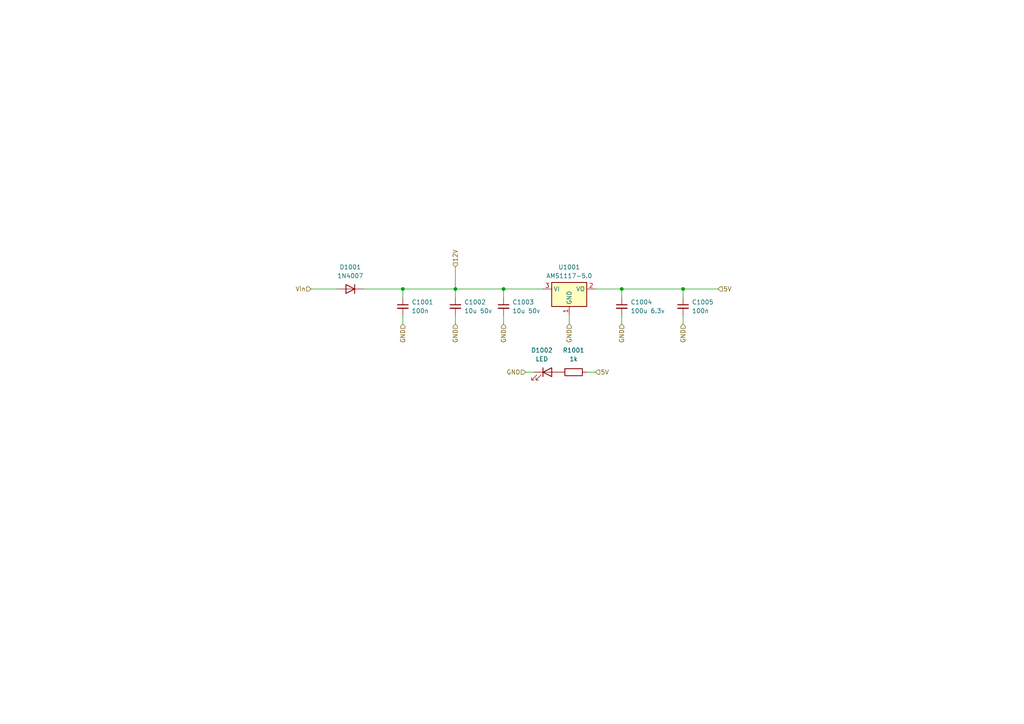
<source format=kicad_sch>
(kicad_sch (version 20250114) (generator "eeschema") (generator_version "9.0")
  (paper "A4")
  (lib_symbols
    (symbol "Device:C_Small" (pin_numbers (hide yes)) (pin_names (offset 0.254) (hide yes))
      (property "Reference" "C" (at 0.254 1.778 0))
      (property "Value" "C_Small" (at 0.254 -2.032 0))
      (symbol "C_Small_0_1"
        (polyline (pts (xy -1.524 0.508) (xy 1.524 0.508)) (stroke (width 0.3048)))
        (polyline (pts (xy -1.524 -0.508) (xy 1.524 -0.508)) (stroke (width 0.3302)))
      )
      (symbol "C_Small_1_1"
        (pin passive line (at 0 2.54 270) (length 2.032) (name "~") (number "1"))
        (pin passive line (at 0 -2.54 90) (length 2.032) (name "~") (number "2"))
      )
    )
    (symbol "Device:LED" (pin_numbers (hide yes)) (pin_names (offset 1.016) (hide yes))
      (property "Reference" "D" (at 0 2.54 0))
      (property "Value" "LED" (at 0 -2.54 0))
      (symbol "LED_0_1"
        (polyline (pts (xy -3.048 -0.762) (xy -4.572 -2.286) (xy -3.81 -2.286) (xy -4.572 -2.286) (xy -4.572 -1.524)))
        (polyline (pts (xy -1.778 -0.762) (xy -3.302 -2.286) (xy -2.54 -2.286) (xy -3.302 -2.286) (xy -3.302 -1.524)))
        (polyline (pts (xy -1.27 0) (xy 1.27 0)))
        (polyline (pts (xy -1.27 -1.27) (xy -1.27 1.27)) (stroke (width 0.254)))
        (polyline (pts (xy 1.27 -1.27) (xy 1.27 1.27) (xy -1.27 0) (xy 1.27 -1.27)) (stroke (width 0.254)))
      )
      (symbol "LED_1_1"
        (pin passive line (at -3.81 0 0) (length 2.54) (name "K") (number "1"))
        (pin passive line (at 3.81 0 180) (length 2.54) (name "A") (number "2"))
      )
    )
    (symbol "Device:R" (pin_numbers (hide yes)) (pin_names (offset 0))
      (property "Reference" "R" (at 2.032 0 90))
      (property "Value" "R" (at 0 0 90))
      (symbol "R_0_1"
        (rectangle (start -1.016 -2.54) (end 1.016 2.54) (stroke (width 0.254)))
      )
      (symbol "R_1_1"
        (pin passive line (at 0 3.81 270) (length 1.27) (name "~") (number "1"))
        (pin passive line (at 0 -3.81 90) (length 1.27) (name "~") (number "2"))
      )
    )
    (symbol "Diode:1N4007" (pin_numbers (hide yes)) (pin_names (hide yes))
      (property "Reference" "D" (at 0 2.54 0))
      (property "Value" "1N4007" (at 0 -2.54 0))
      (symbol "1N4007_0_1"
        (polyline (pts (xy -1.27 1.27) (xy -1.27 -1.27)) (stroke (width 0.254)))
        (polyline (pts (xy 1.27 1.27) (xy 1.27 -1.27) (xy -1.27 0) (xy 1.27 1.27)) (stroke (width 0.254)))
        (polyline (pts (xy 1.27 0) (xy -1.27 0)))
      )
      (symbol "1N4007_1_1"
        (pin passive line (at -3.81 0 0) (length 2.54) (name "K") (number "1"))
        (pin passive line (at 3.81 0 180) (length 2.54) (name "A") (number "2"))
      )
    )
    (symbol "Regulator_Linear:AMS1117-5.0"
      (property "Reference" "U" (at -3.81 3.175 0))
      (property "Value" "AMS1117-5.0" (at 0 3.175 0))
      (symbol "AMS1117-5.0_0_1"
        (rectangle (start -5.08 -5.08) (end 5.08 1.905) (stroke (width 0.254)) (fill (type background)))
      )
      (symbol "AMS1117-5.0_1_1"
        (pin power_in line (at -7.62 0 0) (length 2.54) (name "VI") (number "3"))
        (pin power_in line (at 0 -7.62 90) (length 2.54) (name "GND") (number "1"))
        (pin power_out line (at 7.62 0 180) (length 2.54) (name "VO") (number "2"))
      )
    )
  )
  (junction (at 132.08 83.82))
  (junction (at 198.12 83.82))
  (junction (at 146.05 83.82))
  (junction (at 180.34 83.82))
  (junction (at 116.84 83.82))
  (wire (pts (xy 198.12 86.36) (xy 198.12 83.82)))
  (wire (pts (xy 146.05 86.36) (xy 146.05 83.82)))
  (wire (pts (xy 172.72 83.82) (xy 180.34 83.82)))
  (wire (pts (xy 132.08 91.44) (xy 132.08 93.98)))
  (wire (pts (xy 172.72 107.95) (xy 170.18 107.95)))
  (wire (pts (xy 180.34 86.36) (xy 180.34 83.82)))
  (wire (pts (xy 198.12 83.82) (xy 208.28 83.82)))
  (wire (pts (xy 198.12 83.82) (xy 180.34 83.82)))
  (wire (pts (xy 116.84 91.44) (xy 116.84 93.98)))
  (wire (pts (xy 146.05 83.82) (xy 157.48 83.82)))
  (wire (pts (xy 152.4 107.95) (xy 154.94 107.95)))
  (wire (pts (xy 198.12 91.44) (xy 198.12 93.98)))
  (wire (pts (xy 132.08 83.82) (xy 146.05 83.82)))
  (wire (pts (xy 90.17 83.82) (xy 97.79 83.82)))
  (wire (pts (xy 180.34 91.44) (xy 180.34 93.98)))
  (wire (pts (xy 165.1 91.44) (xy 165.1 93.98)))
  (wire (pts (xy 132.08 86.36) (xy 132.08 83.82)))
  (wire (pts (xy 132.08 77.47) (xy 132.08 83.82)))
  (wire (pts (xy 146.05 91.44) (xy 146.05 93.98)))
  (wire (pts (xy 116.84 83.82) (xy 132.08 83.82)))
  (wire (pts (xy 105.41 83.82) (xy 116.84 83.82)))
  (wire (pts (xy 116.84 86.36) (xy 116.84 83.82)))
  (hierarchical_label "GND" (shape input) (at 198.12 93.98 270))
  (hierarchical_label "5V" (shape input) (at 172.72 107.95 0))
  (hierarchical_label "5V" (shape input) (at 208.28 83.82 0))
  (hierarchical_label "12V" (shape input) (at 132.08 77.47 90))
  (hierarchical_label "GND" (shape input) (at 180.34 93.98 270))
  (hierarchical_label "GND" (shape input) (at 152.4 107.95 180))
  (hierarchical_label "GND" (shape input) (at 132.08 93.98 270))
  (hierarchical_label "Vin" (shape input) (at 90.17 83.82 180))
  (hierarchical_label "GND" (shape input) (at 146.05 93.98 270))
  (hierarchical_label "GND" (shape input) (at 165.1 93.98 270))
  (hierarchical_label "GND" (shape input) (at 116.84 93.98 270))
  (symbol (lib_id "Device:C_Small") (at 146.05 88.9 0) (unit 1)
    (property "Reference" "C1003" (at 148.59 87.6362 0) (effects (justify left)))
    (property "Value" "10u 50v" (at 148.59 90.1762 0) (effects (justify left)))
    (property "Footprint" "Capacitor_SMD:C_0805_2012Metric_Pad1.18x1.45mm_HandSolder" (effects (hide yes)))
    (property "Description" "Unpolarized capacitor, small symbol" (effects (hide yes)))
  )
  (symbol (lib_id "Device:R") (at 166.37 107.95 90) (unit 1)
    (property "Reference" "R1001" (at 166.37 101.6 90))
    (property "Value" "1k" (at 166.37 104.14 90))
    (property "Footprint" "Resistor_SMD:R_0805_2012Metric_Pad1.20x1.40mm_HandSolder" (effects (hide yes)))
    (property "Description" "Resistor" (effects (hide yes)))
  )
  (symbol (lib_id "Diode:1N4007") (at 101.6 83.82 180) (unit 1)
    (property "Reference" "D1001" (at 101.6 77.47 0))
    (property "Value" "1N4007" (at 101.6 80.01 0))
    (property "Footprint" "Diode_SMD:D_SMA" (effects (hide yes)))
    (property "Datasheet" "http://www.vishay.com/docs/88503/1n4001.pdf" (effects (hide yes)))
    (property "Description" "1000V 1A General Purpose Rectifier Diode, DO-41" (effects (hide yes)))
    (property "Sim.Device" "D" (effects (hide yes)))
    (property "Sim.Pins" "1=K 2=A" (effects (hide yes)))
  )
  (symbol (lib_id "Device:C_Small") (at 198.12 88.9 0) (unit 1)
    (property "Reference" "C1005" (at 200.66 87.6362 0) (effects (justify left)))
    (property "Value" "100n" (at 200.66 90.1762 0) (effects (justify left)))
    (property "Footprint" "Capacitor_SMD:C_0805_2012Metric_Pad1.18x1.45mm_HandSolder" (effects (hide yes)))
    (property "Description" "Unpolarized capacitor, small symbol" (effects (hide yes)))
  )
  (symbol (lib_id "Device:C_Small") (at 116.84 88.9 0) (unit 1)
    (property "Reference" "C1001" (at 119.38 87.6362 0) (effects (justify left)))
    (property "Value" "100n" (at 119.38 90.1762 0) (effects (justify left)))
    (property "Footprint" "Capacitor_SMD:C_0805_2012Metric_Pad1.18x1.45mm_HandSolder" (effects (hide yes)))
    (property "Description" "Unpolarized capacitor, small symbol" (effects (hide yes)))
  )
  (symbol (lib_id "Regulator_Linear:AMS1117-5.0") (at 165.1 83.82 0) (unit 1)
    (property "Reference" "U1001" (at 165.1 77.47 0))
    (property "Value" "AMS1117-5.0" (at 165.1 80.01 0))
    (property "Footprint" "Package_TO_SOT_SMD:SOT-223-3_TabPin2" (effects (hide yes)))
    (property "Datasheet" "http://www.advanced-monolithic.com/pdf/ds1117.pdf" (effects (hide yes)))
    (property "Description" "1A Low Dropout regulator, positive, 5.0V fixed output, SOT-223" (effects (hide yes)))
  )
  (symbol (lib_id "Device:LED") (at 158.75 107.95 0) (unit 1)
    (property "Reference" "D1002" (at 157.1625 101.6 0))
    (property "Value" "LED" (at 157.1625 104.14 0))
    (property "Footprint" "LED_SMD:LED_0805_2012Metric_Pad1.15x1.40mm_HandSolder" (effects (hide yes)))
    (property "Description" "Light emitting diode" (effects (hide yes)))
    (property "Sim.Pins" "1=K 2=A" (effects (hide yes)))
  )
  (symbol (lib_id "Device:C_Small") (at 180.34 88.9 0) (unit 1)
    (property "Reference" "C1004" (at 182.88 87.6362 0) (effects (justify left)))
    (property "Value" "100u 6.3v" (at 182.88 90.1762 0) (effects (justify left)))
    (property "Footprint" "Capacitor_SMD:C_1206_3216Metric_Pad1.33x1.80mm_HandSolder" (effects (hide yes)))
    (property "Description" "Unpolarized capacitor, small symbol" (effects (hide yes)))
  )
  (symbol (lib_id "Device:C_Small") (at 132.08 88.9 0) (unit 1)
    (property "Reference" "C1002" (at 134.62 87.6362 0) (effects (justify left)))
    (property "Value" "10u 50v" (at 134.62 90.1762 0) (effects (justify left)))
    (property "Footprint" "Capacitor_SMD:C_0805_2012Metric_Pad1.18x1.45mm_HandSolder" (effects (hide yes)))
    (property "Description" "Unpolarized capacitor, small symbol" (effects (hide yes)))
  )
)
</source>
